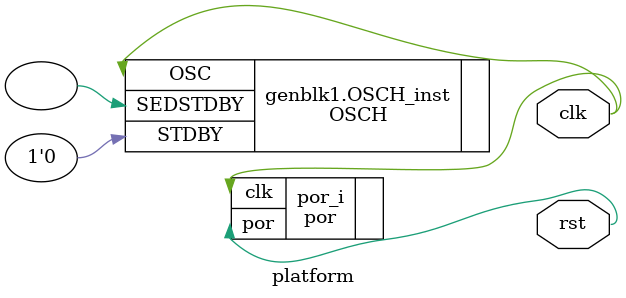
<source format=sv>
module platform
  #(
    use_pll = 0
    )
(
 output clk,
 output rst
 );

generate
   if (use_pll == 0) begin
      OSCH #(.NOM_FREQ("24.18"))
      OSCH_inst(.STDBY(1'b0),
                .OSC(clk),
                .SEDSTDBY());
   end else begin
      wire         osc_clk;

      OSCH #(.NOM_FREQ("7.00"))
      OSCH_inst(.STDBY(1'b0),
                .OSC(osc_clk),
                .SEDSTDBY());
      pll PLL_inst(.CLKI(osc_clk),
                   .CLKOP(),
                   .CLKOS(clk));
   end
endgenerate

por #(.cycles(3))
por_i(.por(rst),
      .clk(clk));

endmodule

</source>
